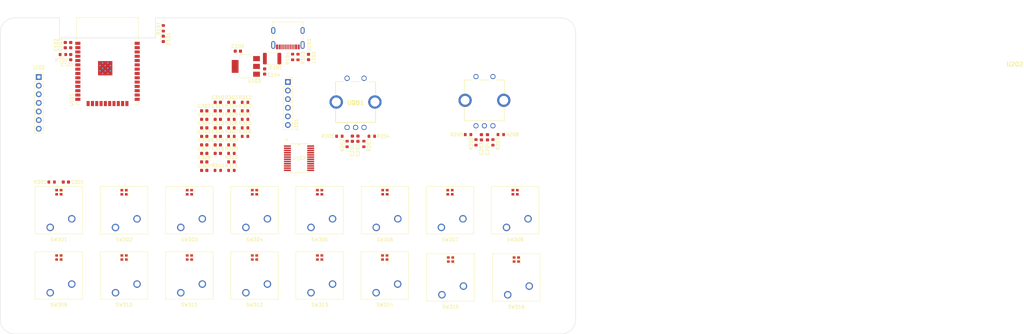
<source format=kicad_pcb>
(kicad_pcb (version 20221018) (generator pcbnew)
  (layers (0 "F.Cu" signal) (31 "B.Cu" signal) (34 "B.Paste" user) (35 "F.Paste" user) (36 "B.SilkS" user "B.Silkscreen") (37 "F.SilkS" user "F.Silkscreen") (38 "B.Mask" user) (39 "F.Mask" user) (44 "Edge.Cuts" user))
  (net 0 "")
  (net 1 "/EN")
  (net 2 "GND")
  (net 3 "+3.3V")
  (net 4 "+5V")
  (net 5 "Net-(U5-CHANNEL_1)")
  (net 6 "Net-(U5-CHANNEL_2)")
  (net 7 "/ESP_TX")
  (net 8 "/ESP_RX")
  (net 9 "/IO0")
  (net 10 "/OLED_CS")
  (net 11 "/OLED_MISO")
  (net 12 "/OLED_RESET")
  (net 13 "/OLED_MOSI")
  (net 14 "/OLED_CLK")
  (net 15 "/Rotary Encoders/A_RSW1")
  (net 16 "/Rotary Encoders/B_RSW1")
  (net 17 "/Rotary Encoders/A_RSW2")
  (net 18 "/Rotary Encoders/B_RSW2")
  (net 19 "/KeyCaps/SW1")
  (net 20 "/KeyCaps/SW2")
  (net 21 "/KeyCaps/SW3")
  (net 22 "/KeyCaps/SW4")
  (net 23 "/KeyCaps/SW5")
  (net 24 "/KeyCaps/SW6")
  (net 25 "/KeyCaps/SW7")
  (net 26 "/KeyCaps/SW8")
  (net 27 "/KeyCaps/SW9")
  (net 28 "/KeyCaps/SW10")
  (net 29 "/KeyCaps/SW11")
  (net 30 "/KeyCaps/SW12")
  (net 31 "/KeyCaps/SW13")
  (net 32 "/KeyCaps/SW14")
  (net 33 "/KeyCaps/SW15")
  (net 34 "/KeyCaps/SW16")
  (net 35 "/I2C_RESET")
  (net 36 "/I2C_SDA")
  (net 37 "/I2C_SCL")
  (net 38 "/Rotary Encoders/CLK_RSW1")
  (net 39 "/LED_DATA")
  (net 40 "Net-(U201-CHANNEL_1)")
  (net 41 "Net-(U201-CHANNEL_2)")
  (net 42 "Net-(U202-CHANNEL_1)")
  (net 43 "Net-(U202-CHANNEL_2)")
  (net 44 "Net-(D101-K)")
  (net 45 "Net-(F101-Pad1)")
  (net 46 "Net-(J103-CC1)")
  (net 50 "Net-(J103-CC2)")
  (net 54 "Net-(J103-SHIELD)")
  (net 55 "Net-(SW301-DOUT)")
  (net 56 "Net-(SW302-DOUT)")
  (net 57 "Net-(SW303-DOUT)")
  (net 58 "Net-(SW304-DOUT)")
  (net 59 "Net-(SW305-DOUT)")
  (net 60 "Net-(SW306-DOUT)")
  (net 61 "Net-(SW307-DOUT)")
  (net 62 "Net-(SW308-DOUT)")
  (net 63 "Net-(SW309-DOUT)")
  (net 64 "Net-(SW310-DOUT)")
  (net 65 "Net-(SW311-DOUT)")
  (net 66 "Net-(SW312-DOUT)")
  (net 67 "Net-(SW313-DOUT)")
  (net 68 "Net-(SW314-DOUT)")
  (net 69 "Net-(SW315-DOUT)")
  (net 77 "/Rotary Encoders/SW_RSW2")
  (net 78 "/Rotary Encoders/SW_RSW1")
  (footprint "Resistor_SMD:R_0603_1608Metric" (layer "F.Cu") (at 137.65 71.47 90)
    (fp_text reference "R203" (at -0.33 1.45 90) (layer "F.SilkS"))
    (fp_text value "10K")
    (pad "1" smd roundrect (at -0.825 0 90) (size 0.8 0.95) (layers "F.Cu" "F.Paste" "F.Mask") (net 4 "+5V"))
    (pad "2" smd roundrect (at 0.825 0 90) (size 0.8 0.95) (layers "F.Cu" "F.Paste" "F.Mask") (net 41 "Net-(U201-CHANNEL_2)"))
  )
  (footprint "MountingHole:MountingHole_3mm" (layer "F.Cu") (at 34.7 38.6)
    (fp_text reference "H101" hide)
    (fp_text value "MountingHole" hide)
    (pad "" np_thru_hole circle (at 0 0) (size 3 3) (drill 3) (layers "*.Cu" "*.Mask"))
  )
  (footprint "LED_SMD:LED_0603_1608Metric" (layer "F.Cu") (at 78.5 40.4875 -90)
    (fp_text reference "D101" (at 0 -1.5 90) (layer "F.SilkS"))
    (fp_text value "Red")
    (pad "1" smd roundrect (at -0.7875 0 270) (size 0.875 0.95) (layers "F.Cu" "F.Paste" "F.Mask") (net 44 "Net-(D101-K)"))
    (pad "2" smd roundrect (at 0.7875 0 270) (size 0.875 0.95) (layers "F.Cu" "F.Paste" "F.Mask") (net 3 "+3.3V"))
  )
  (footprint "Adam_Custom_Footprints:PEC11H4025FS0016" (layer "F.Cu") (at 132.7 66.6)
    (fp_text reference "U5" (at 2.5 -7.25) (layer "F.SilkS") (effects (font (size 1.27 1.27) (thickness 0.254))))
    (fp_text value "PEC11H-4025F-S0016" hide)
    (pad "A1" thru_hole circle (at 0 0) (size 1.5 1.5) (drill 1) (layers "*.Cu" "*.Mask") (net 5 "Net-(U5-CHANNEL_1)"))
    (pad "B1" thru_hole circle (at 5 0) (size 1.5 1.5) (drill 1) (layers "*.Cu" "*.Mask") (net 6 "Net-(U5-CHANNEL_2)"))
    (pad "C1" thru_hole circle (at 2.5 0) (size 1.5 1.5) (drill 1) (layers "*.Cu" "*.Mask") (net 2 "GND"))
    (pad "MH1" thru_hole circle (at -3.2 -7.5) (size 3.915 3.915) (drill 2.61) (layers "*.Cu" "*.Mask") (net 2 "GND"))
    (pad "MH2" thru_hole circle (at 8.2 -7.5) (size 3.915 3.915) (drill 2.61) (layers "*.Cu" "*.Mask") (net 2 "GND"))
    (pad "S1" thru_hole circle (at 0 -14.5) (size 1.5 1.5) (drill 1) (layers "*.Cu" "*.Mask") (net 2 "GND"))
    (pad "W1" thru_hole circle (at 5 -14.5) (size 1.5 1.5) (drill 1) (layers "*.Cu" "*.Mask") (net 38 "/Rotary Encoders/CLK_RSW1"))
  )
  (footprint "Adam_Custom_Footprints:CherryMX_1.00u_PCB_SK6812-EC20" (layer "F.Cu") (at 182.6 110.85 180)
    (fp_text reference "SW316" (at 0 -8.6625) (layer "F.SilkS"))
    (fp_text value "~")
    (pad "" np_thru_hole circle (at -5.08 0 180) (size 1.75 1.75) (drill 1.75) (layers "*.Cu" "*.Mask"))
    (pad "" np_thru_hole circle (at 0 0 180) (size 4 4) (drill 4) (layers "*.Cu" "*.Mask"))
    (pad "" np_thru_hole circle (at 5.08 0 180) (size 1.75 1.75) (drill 1.75) (layers "*.Cu" "*.Mask"))
    (pad "1" thru_hole circle (at -3.81 -2.54 180) (size 2.2 2.2) (drill 1.5) (layers "*.Cu" "*.Mask") (net 3 "+3.3V"))
    (pad "2" smd rect (at -0.65 4.7 180) (size 0.8 0.7) (layers "F.Cu" "F.Paste" "F.Mask") (net 4 "+5V"))
    (pad "3" smd rect (at -0.65 5.9 180) (size 0.8 0.7) (layers "F.Cu" "F.Paste" "F.Mask"))
    (pad "4" thru_hole circle (at 2.54 -5.08 180) (size 2.2 2.2) (drill 1.5) (layers "*.Cu" "*.Mask") (net 34 "/KeyCaps/SW16"))
    (pad "5" smd rect (at 0.65 4.7 180) (size 0.8 0.7) (layers "F.Cu" "F.Paste" "F.Mask") (net 69 "Net-(SW315-DOUT)"))
    (pad "6" smd rect (at 0.65 5.9 180) (size 0.8 0.7) (layers "F.Cu" "F.Paste" "F.Mask") (net 2 "GND"))
  )
  (footprint "Package_TO_SOT_SMD:SOT-223-3_TabPin2" (layer "F.Cu") (at 102.8375 48.6 180)
    (fp_text reference "U103" (at -2.55 -4.3) (layer "F.SilkS"))
    (fp_text value "AMS1117-3.3" hide)
    (pad "1" smd rect (at -3.15 -2.3 180) (size 2 1.5) (layers "F.Cu" "F.Paste" "F.Mask") (net 2 "GND"))
    (pad "2" smd rect (at -3.15 0 180) (size 2 1.5) (layers "F.Cu" "F.Paste" "F.Mask") (net 3 "+3.3V"))
    (pad "2" smd rect (at 3.15 0 180) (size 2 3.8) (layers "F.Cu" "F.Paste" "F.Mask") (net 3 "+3.3V"))
    (pad "3" smd rect (at -3.15 2.3 180) (size 2 1.5) (layers "F.Cu" "F.Paste" "F.Mask") (net 4 "+5V"))
  )
  (footprint "Capacitor_SMD:C_0603_1608Metric" (layer "F.Cu") (at 94.58 59.19)
    (fp_text reference "C310" (at 0 -1.43) (layer "F.SilkS"))
    (fp_text value "100nF")
    (pad "1" smd roundrect (at -0.775 0) (size 0.9 0.95) (layers "F.Cu" "F.Paste" "F.Mask") (net 2 "GND"))
    (pad "2" smd roundrect (at 0.775 0) (size 0.9 0.95) (layers "F.Cu" "F.Paste" "F.Mask") (net 4 "+5V"))
  )
  (footprint "Adam_Custom_Footprints:CherryMX_1.00u_PCB_SK6812-EC20" (layer "F.Cu") (at 105.4 91 180)
    (fp_text reference "SW304" (at 0 -8.6625) (layer "F.SilkS"))
    (fp_text value "~")
    (pad "" np_thru_hole circle (at -5.08 0 180) (size 1.75 1.75) (drill 1.75) (layers "*.Cu" "*.Mask"))
    (pad "" np_thru_hole circle (at 0 0 180) (size 4 4) (drill 4) (layers "*.Cu" "*.Mask"))
    (pad "" np_thru_hole circle (at 5.08 0 180) (size 1.75 1.75) (drill 1.75) (layers "*.Cu" "*.Mask"))
    (pad "1" thru_hole circle (at -3.81 -2.54 180) (size 2.2 2.2) (drill 1.5) (layers "*.Cu" "*.Mask") (net 3 "+3.3V"))
    (pad "2" smd rect (at -0.65 4.7 180) (size 0.8 0.7) (layers "F.Cu" "F.Paste" "F.Mask") (net 4 "+5V"))
    (pad "3" smd rect (at -0.65 5.9 180) (size 0.8 0.7) (layers "F.Cu" "F.Paste" "F.Mask") (net 58 "Net-(SW304-DOUT)"))
    (pad "4" thru_hole circle (at 2.54 -5.08 180) (size 2.2 2.2) (drill 1.5) (layers "*.Cu" "*.Mask") (net 22 "/KeyCaps/SW4"))
    (pad "5" smd rect (at 0.65 4.7 180) (size 0.8 0.7) (layers "F.Cu" "F.Paste" "F.Mask") (net 57 "Net-(SW303-DOUT)"))
    (pad "6" smd rect (at 0.65 5.9 180) (size 0.8 0.7) (layers "F.Cu" "F.Paste" "F.Mask") (net 2 "GND"))
  )
  (footprint "Capacitor_SMD:C_0603_1608Metric" (layer "F.Cu") (at 94.58 69.23)
    (fp_text reference "C314" (at 0 -1.43) (layer "F.SilkS"))
    (fp_text value "100nF")
    (pad "1" smd roundrect (at -0.775 0) (size 0.9 0.95) (layers "F.Cu" "F.Paste" "F.Mask") (net 2 "GND"))
    (pad "2" smd roundrect (at 0.775 0) (size 0.9 0.95) (layers "F.Cu" "F.Paste" "F.Mask") (net 4 "+5V"))
  )
  (footprint "Adam_Custom_Footprints:CherryMX_1.00u_PCB_SK6812-EC20" (layer "F.Cu") (at 86.2 110.25 180)
    (fp_text reference "SW311" (at 0 -8.6625) (layer "F.SilkS"))
    (fp_text value "~")
    (pad "" np_thru_hole circle (at -5.08 0 180) (size 1.75 1.75) (drill 1.75) (layers "*.Cu" "*.Mask"))
    (pad "" np_thru_hole circle (at 0 0 180) (size 4 4) (drill 4) (layers "*.Cu" "*.Mask"))
    (pad "" np_thru_hole circle (at 5.08 0 180) (size 1.75 1.75) (drill 1.75) (layers "*.Cu" "*.Mask"))
    (pad "1" thru_hole circle (at -3.81 -2.54 180) (size 2.2 2.2) (drill 1.5) (layers "*.Cu" "*.Mask") (net 3 "+3.3V"))
    (pad "2" smd rect (at -0.65 4.7 180) (size 0.8 0.7) (layers "F.Cu" "F.Paste" "F.Mask") (net 4 "+5V"))
    (pad "3" smd rect (at -0.65 5.9 180) (size 0.8 0.7) (layers "F.Cu" "F.Paste" "F.Mask") (net 65 "Net-(SW311-DOUT)"))
    (pad "4" thru_hole circle (at 2.54 -5.08 180) (size 2.2 2.2) (drill 1.5) (layers "*.Cu" "*.Mask") (net 29 "/KeyCaps/SW11"))
    (pad "5" smd rect (at 0.65 4.7 180) (size 0.8 0.7) (layers "F.Cu" "F.Paste" "F.Mask") (net 64 "Net-(SW310-DOUT)"))
    (pad "6" smd rect (at 0.65 5.9 180) (size 0.8 0.7) (layers "F.Cu" "F.Paste" "F.Mask") (net 2 "GND"))
  )
  (footprint "Adam_Custom_Footprints:CherryMX_1.00u_PCB_SK6812-EC20" (layer "F.Cu") (at 47.7 110.25 180)
    (fp_text reference "SW309" (at 0 -8.6625) (layer "F.SilkS"))
    (fp_text value "~")
    (pad "" np_thru_hole circle (at -5.08 0 180) (size 1.75 1.75) (drill 1.75) (layers "*.Cu" "*.Mask"))
    (pad "" np_thru_hole circle (at 0 0 180) (size 4 4) (drill 4) (layers "*.Cu" "*.Mask"))
    (pad "" np_thru_hole circle (at 5.08 0 180) (size 1.75 1.75) (drill 1.75) (layers "*.Cu" "*.Mask"))
    (pad "1" thru_hole circle (at -3.81 -2.54 180) (size 2.2 2.2) (drill 1.5) (layers "*.Cu" "*.Mask") (net 3 "+3.3V"))
    (pad "2" smd rect (at -0.65 4.7 180) (size 0.8 0.7) (layers "F.Cu" "F.Paste" "F.Mask") (net 4 "+5V"))
    (pad "3" smd rect (at -0.65 5.9 180) (size 0.8 0.7) (layers "F.Cu" "F.Paste" "F.Mask") (net 63 "Net-(SW309-DOUT)"))
    (pad "4" thru_hole circle (at 2.54 -5.08 180) (size 2.2 2.2) (drill 1.5) (layers "*.Cu" "*.Mask") (net 27 "/KeyCaps/SW9"))
    (pad "5" smd rect (at 0.65 4.7 180) (size 0.8 0.7) (layers "F.Cu" "F.Paste" "F.Mask") (net 62 "Net-(SW308-DOUT)"))
    (pad "6" smd rect (at 0.65 5.9 180) (size 0.8 0.7) (layers "F.Cu" "F.Paste" "F.Mask") (net 2 "GND"))
  )
  (footprint "Resistor_SMD:R_0603_1608Metric" (layer "F.Cu") (at 168.375 68.7 180)
    (fp_text reference "R205" (at 3.375 0) (layer "F.SilkS"))
    (fp_text value "10K")
    (pad "1" smd roundrect (at -0.825 0 180) (size 0.8 0.95) (layers "F.Cu" "F.Paste" "F.Mask") (net 42 "Net-(U202-CHANNEL_1)"))
    (pad "2" smd roundrect (at 0.825 0 180) (size 0.8 0.95) (layers "F.Cu" "F.Paste" "F.Mask") (net 17 "/Rotary Encoders/A_RSW2"))
  )
  (footprint "Capacitor_SMD:C_0603_1608Metric" (layer "F.Cu") (at 108.3875 50.1 -90)
    (fp_text reference "C104" (at 1 -2.7 -180) (layer "F.SilkS"))
    (fp_text value "10uF")
    (pad "1" smd roundrect (at -0.775 0 270) (size 0.9 0.95) (layers "F.Cu" "F.Paste" "F.Mask") (net 4 "+5V"))
    (pad "2" smd roundrect (at 0.775 0 270) (size 0.9 0.95) (layers "F.Cu" "F.Paste" "F.Mask") (net 2 "GND"))
  )
  (footprint "Adam_Custom_Footprints:CherryMX_1.00u_PCB_SK6812-EC20" (layer "F.Cu") (at 143.8 110.25 180)
    (fp_text reference "SW314" (at 0 -8.6625) (layer "F.SilkS"))
    (fp_text value "~")
    (pad "" np_thru_hole circle (at -5.08 0 180) (size 1.75 1.75) (drill 1.75) (layers "*.Cu" "*.Mask"))
    (pad "" np_thru_hole circle (at 0 0 180) (size 4 4) (drill 4) (layers "*.Cu" "*.Mask"))
    (pad "" np_thru_hole circle (at 5.08 0 180) (size 1.75 1.75) (drill 1.75) (layers "*.Cu" "*.Mask"))
    (pad "1" thru_hole circle (at -3.81 -2.54 180) (size 2.2 2.2) (drill 1.5) (layers "*.Cu" "*.Mask") (net 3 "+3.3V"))
    (pad "2" smd rect (at -0.65 4.7 180) (size 0.8 0.7) (layers "F.Cu" "F.Paste" "F.Mask") (net 4 "+5V"))
    (pad "3" smd rect (at -0.65 5.9 180) (size 0.8 0.7) (layers "F.Cu" "F.Paste" "F.Mask") (net 68 "Net-(SW314-DOUT)"))
    (pad "4" thru_hole circle (at 2.54 -5.08 180) (size 2.2 2.2) (drill 1.5) (layers "*.Cu" "*.Mask") (net 32 "/KeyCaps/SW14"))
    (pad "5" smd rect (at 0.65 4.7 180) (size 0.8 0.7) (layers "F.Cu" "F.Paste" "F.Mask") (net 67 "Net-(SW313-DOUT)"))
    (pad "6" smd rect (at 0.65 5.9 180) (size 0.8 0.7) (layers "F.Cu" "F.Paste" "F.Mask") (net 2 "GND"))
  )
  (footprint "Capacitor_SMD:C_0603_1608Metric" (layer "F.Cu") (at 90.57 74.25)
    (fp_text reference "C307" (at 0 -1.43) (layer "F.SilkS"))
    (fp_text value "100nF")
    (pad "1" smd roundrect (at -0.775 0) (size 0.9 0.95) (layers "F.Cu" "F.Paste" "F.Mask") (net 2 "GND"))
    (pad "2" smd roundrect (at 0.775 0) (size 0.9 0.95) (layers "F.Cu" "F.Paste" "F.Mask") (net 4 "+5V"))
  )
  (footprint "Resistor_SMD:R_0603_1608Metric" (layer "F.Cu") (at 175.7 71 90)
    (fp_text reference "R207" (at -0.4 1.5 90) (layer "F.SilkS"))
    (fp_text value "10K")
    (pad "1" smd roundrect (at -0.825 0 90) (size 0.8 0.95) (layers "F.Cu" "F.Paste" "F.Mask") (net 4 "+5V"))
    (pad "2" smd roundrect (at 0.825 0 90) (size 0.8 0.95) (layers "F.Cu" "F.Paste" "F.Mask") (net 43 "Net-(U202-CHANNEL_2)"))
  )
  (footprint "Capacitor_SMD:C_0603_1608Metric" (layer "F.Cu") (at 51.2 42.325 90)
    (fp_text reference "C103" (at 0.025 -3 90) (layer "F.SilkS"))
    (fp_text value "100nF" hide)
    (pad "1" smd roundrect (at -0.775 0 90) (size 0.9 0.95) (layers "F.Cu" "F.Paste" "F.Mask") (net 3 "+3.3V"))
    (pad "2" smd roundrect (at 0.775 0 90) (size 0.9 0.95) (layers "F.Cu" "F.Paste" "F.Mask") (net 2 "GND"))
  )
  (footprint "Resistor_SMD:R_0603_1608Metric" (layer "F.Cu") (at 98.59 66.72)
    (fp_text reference "R306" (at 0 -1.43) (layer "F.SilkS"))
    (fp_text value "10K")
    (pad "1" smd roundrect (at -0.825 0) (size 0.8 0.95) (layers "F.Cu" "F.Paste" "F.Mask") (net 24 "/KeyCaps/SW6"))
    (pad "2" smd roundrect (at 0.825 0) (size 0.8 0.95) (layers "F.Cu" "F.Paste" "F.Mask") (net 2 "GND"))
  )
  (footprint "Resistor_SMD:R_0603_1608Metric" (layer "F.Cu") (at 102.6 69.23)
    (fp_text reference "R316" (at 0 -1.43) (layer "F.SilkS"))
    (fp_text value "10K")
    (pad "1" smd roundrect (at -0.825 0) (size 0.8 0.95) (layers "F.Cu" "F.Paste" "F.Mask") (net 34 "/KeyCaps/SW16"))
    (pad "2" smd roundrect (at 0.825 0) (size 0.8 0.95) (layers "F.Cu" "F.Paste" "F.Mask") (net 2 "GND"))
  )
  (footprint "Inductor_SMD:L_0603_1608Metric" (layer "F.Cu") (at 121.325 45.825 90)
    (fp_text reference "L101" (at -0.0125 1.5 270) (layer "F.SilkS"))
    (fp_text value "L_Ferrite_Small" hide)
    (pad "1" smd roundrect (at -0.7875 0 90) (size 0.875 0.95) (layers "F.Cu" "F.Paste" "F.Mask") (net 2 "GND"))
    (pad "2" smd roundrect (at 0.7875 0 90) (size 0.875 0.95) (layers "F.Cu" "F.Paste" "F.Mask") (net 54 "Net-(J103-SHIELD)"))
  )
  (footprint "Adam_Custom_Footprints:CherryMX_1.00u_PCB_SK6812-EC20" (layer "F.Cu") (at 105.4 110.25 180)
    (fp_text reference "SW312" (at 0 -8.6625) (layer "F.SilkS"))
    (fp_text value "~")
    (pad "" np_thru_hole circle (at -5.08 0 180) (size 1.75 1.75) (drill 1.75) (layers "*.Cu" "*.Mask"))
    (pad "" np_thru_hole circle (at 0 0 180) (size 4 4) (drill 4) (layers "*.Cu" "*.Mask"))
    (pad "" np_thru_hole circle (at 5.08 0 180) (size 1.75 1.75) (drill 1.75) (layers "*.Cu" "*.Mask"))
    (pad "1" thru_hole circle (at -3.81 -2.54 180) (size 2.2 2.2) (drill 1.5) (layers "*.Cu" "*.Mask") (net 3 "+3.3V"))
    (pad "2" smd rect (at -0.65 4.7 180) (size 0.8 0.7) (layers "F.Cu" "F.Paste" "F.Mask") (net 4 "+5V"))
    (pad "3" smd rect (at -0.65 5.9 180) (size 0.8 0.7) (layers "F.Cu" "F.Paste" "F.Mask") (net 66 "Net-(SW312-DOUT)"))
    (pad "4" thru_hole circle (at 2.54 -5.08 180) (size 2.2 2.2) (drill 1.5) (layers "*.Cu" "*.Mask") (net 30 "/KeyCaps/SW12"))
    (pad "5" smd rect (at 0.65 4.7 180) (size 0.8 0.7) (layers "F.Cu" "F.Paste" "F.Mask") (net 65 "Net-(SW311-DOUT)"))
    (pad "6" smd rect (at 0.65 5.9 180) (size 0.8 0.7) (layers "F.Cu" "F.Paste" "F.Mask") (net 2 "GND"))
  )
  (footprint "Capacitor_SMD:C_0603_1608Metric" (layer "F.Cu") (at 90.57 76.76)
    (fp_text reference "C308" (at 0 -1.43) (layer "F.SilkS"))
    (fp_text value "100nF")
    (pad "1" smd roundrect (at -0.775 0) (size 0.9 0.95) (layers "F.Cu" "F.Paste" "F.Mask") (net 2 "GND"))
    (pad "2" smd roundrect (at 0.775 0) (size 0.9 0.95) (layers "F.Cu" "F.Paste" "F.Mask") (net 4 "+5V"))
  )
  (footprint "Resistor_SMD:R_0603_1608Metric" (layer "F.Cu") (at 98.59 79.27)
    (fp_text reference "R311" (at 0 -1.43) (layer "F.SilkS"))
    (fp_text value "10K")
    (pad "1" smd roundrect (at -0.825 0) (size 0.8 0.95) (layers "F.Cu" "F.Paste" "F.Mask") (net 29 "/KeyCaps/SW11"))
    (pad "2" smd roundrect (at 0.825 0) (size 0.8 0.95) (layers "F.Cu" "F.Paste" "F.Mask") (net 2 "GND"))
  )
  (footprint "Capacitor_SMD:C_0603_1608Metric" (layer "F.Cu") (at 172.3 69.5 -90)
    (fp_text reference "C203" (at 3.4 0 90) (layer "F.SilkS"))
    (fp_text value "10nF")
    (pad "1" smd roundrect (at -0.775 0 270) (size 0.9 0.95) (layers "F.Cu" "F.Paste" "F.Mask") (net 42 "Net-(U202-CHANNEL_1)"))
    (pad "2" smd roundrect (at 0.775 0 270) (size 0.9 0.95) (layers "F.Cu" "F.Paste" "F.Mask") (net 2 "GND"))
  )
  (footprint "Adam_Custom_Footprints:CherryMX_1.00u_PCB_SK6812-EC20" (layer "F.Cu") (at 163.2 110.85 180)
    (fp_text reference "SW315" (at 0 -8.6625) (layer "F.SilkS"))
    (fp_text value "~")
    (pad "" np_thru_hole circle (at -5.08 0 180) (size 1.75 1.75) (drill 1.75) (layers "*.Cu" "*.Mask"))
    (pad "" np_thru_hole circle (at 0 0 180) (size 4 4) (drill 4) (layers "*.Cu" "*.Mask"))
    (pad "" np_thru_hole circle (at 5.08 0 180) (size 1.75 1.75) (drill 1.75) (layers "*.Cu" "*.Mask"))
    (pad "1" thru_hole circle (at -3.81 -2.54 180) (size 2.2 2.2) (drill 1.5) (layers "*.Cu" "*.Mask") (net 3 "+3.3V"))
    (pad "2" smd rect (at -0.65 4.7 180) (size 0.8 0.7) (layers "F.Cu" "F.Paste" "F.Mask") (net 4 "+5V"))
    (pad "3" smd rect (at -0.65 5.9 180) (size 0.8 0.7) (layers "F.Cu" "F.Paste" "F.Mask") (net 69 "Net-(SW315-DOUT)"))
    (pad "4" thru_hole circle (at 2.54 -5.08 180) (size 2.2 2.2) (drill 1.5) (layers "*.Cu" "*.Mask") (net 33 "/KeyCaps/SW15"))
    (pad "5" smd rect (at 0.65 4.7 180) (size 0.8 0.7) (layers "F.Cu" "F.Paste" "F.Mask") (net 68 "Net-(SW314-DOUT)"))
    (pad "6" smd rect (at 0.65 5.9 180) (size 0.8 0.7) (layers "F.Cu" "F.Paste" "F.Mask") (net 2 "GND"))
  )
  (footprint "Capacitor_SMD:C_0603_1608Metric" (layer "F.Cu") (at 90.57 61.7)
    (fp_text reference "C302" (at 0 -1.43) (layer "F.SilkS"))
    (fp_text value "100nF")
    (pad "1" smd roundrect (at -0.775 0) (size 0.9 0.95) (layers "F.Cu" "F.Paste" "F.Mask") (net 2 "GND"))
    (pad "2" smd roundrect (at 0.775 0) (size 0.9 0.95) (layers "F.Cu" "F.Paste" "F.Mask") (net 4 "+5V"))
  )
  (footprint "Resistor_SMD:R_0603_1608Metric" (layer "F.Cu") (at 98.59 71.74)
    (fp_text reference "R308" (at 0 -1.43) (layer "F.SilkS"))
    (fp_text value "10K")
    (pad "1" smd roundrect (at -0.825 0) (size 0.8 0.95) (layers "F.Cu" "F.Paste" "F.Mask") (net 26 "/KeyCaps/SW8"))
    (pad "2" smd roundrect (at 0.825 0) (size 0.8 0.95) (layers "F.Cu" "F.Paste" "F.Mask") (net 2 "GND"))
  )
  (footprint "Capacitor_SMD:C_0603_1608Metric" (layer "F.Cu") (at 134.25 69.925 -90)
    (fp_text reference "C201" (at 3.375 0 90) (layer "F.SilkS"))
    (fp_text value "10nF")
    (pad "1" smd roundrect (at -0.775 0 270) (size 0.9 0.95) (layers "F.Cu" "F.Paste" "F.Mask") (net 40 "Net-(U201-CHANNEL_1)"))
    (pad "2" smd roundrect (at 0.775 0 270) (size 0.9 0.95) (layers "F.Cu" "F.Paste" "F.Mask") (net 2 "GND"))
  )
  (footprint "Capacitor_SMD:C_0603_1608Metric" (layer "F.Cu") (at 49.775 82.7 180)
    (fp_text reference "C301" (at -3.425 0) (layer "F.SilkS"))
    (fp_text value "100nF")
    (pad "1" smd roundrect (at -0.775 0 180) (size 0.9 0.95) (layers "F.Cu" "F.Paste" "F.Mask") (net 2 "GND"))
    (pad "2" smd roundrect (at 0.775 0 180) (size 0.9 0.95) (layers "F.Cu" "F.Paste" "F.Mask") (net 4 "+5V"))
  )
  (footprint "Resistor_SMD:R_0603_1608Metric" (layer "F.Cu") (at 116.625 45.825 90)
    (fp_text reference "R104" (at -0.375 -1.43 90) (layer "F.SilkS"))
    (fp_text value "5.1K")
    (pad "1" smd roundrect (at -0.825 0 90) (size 0.8 0.95) (layers "F.Cu" "F.Paste" "F.Mask") (net 2 "GND"))
    (pad "2" smd roundrect (at 0.825 0 90) (size 0.8 0.95) (layers "F.Cu" "F.Paste" "F.Mask") (net 46 "Net-(J103-CC1)"))
  )
  (footprint "Adam_Custom_Footprints:CherryMX_1.00u_PCB_SK6812-EC20" (layer "F.Cu") (at 124.6 110.25 180)
    (fp_text reference "SW313" (at 0 -8.6625) (layer "F.SilkS"))
    (fp_text value "~")
    (pad "" np_thru_hole circle (at -5.08 0 180) (size 1.75 1.75) (drill 1.75) (layers "*.Cu" "*.Mask"))
    (pad "" np_thru_hole circle (at 0 0 180) (size 4 4) (drill 4) (layers "*.Cu" "*.Mask"))
    (pad "" np_thru_hole circle (at 5.08 0 180) (size 1.75 1.75) (drill 1.75) (layers "*.Cu" "*.Mask"))
    (pad "1" thru_hole circle (at -3.81 -2.54 180) (size 2.2 2.2) (drill 1.5) (layers "*.Cu" "*.Mask") (net 3 "+3.3V"))
    (pad "2" smd rect (at -0.65 4.7 180) (size 0.8 0.7) (layers "F.Cu" "F.Paste" "F.Mask") (net 4 "+5V"))
    (pad "3" smd rect (at -0.65 5.9 180) (size 0.8 0.7) (layers "F.Cu" "F.Paste" "F.Mask") (net 67 "Net-(SW313-DOUT)"))
    (pad "4" thru_hole circle (at 2.54 -5.08 180) (size 2.2 2.2) (drill 1.5) (layers "*.Cu" "*.Mask") (net 31 "/KeyCaps/SW13"))
    (pad "5" smd rect (at 0.65 4.7 180) (size 0.8 0.7) (layers "F.Cu" "F.Paste" "F.Mask") (net 66 "Net-(SW312-DOUT)"))
    (pad "6" smd rect (at 0.65 5.9 180) (size 0.8 0.7) (layers "F.Cu" "F.Paste" "F.Mask") (net 2 "GND"))
  )
  (footprint "Adam_Custom_Footprints:PinSocket_1x07_P2.54mm_Vertical_SSD1309" (layer "F.Cu") (at 41.775 51.74)
    (fp_text reference "J102" (at 0 -2.77) (layer "F.SilkS"))
    (fp_text value "Conn_01x07" hide)
    (pad "1" thru_hole rect (at 0 0) (size 1.7 1.7) (drill 1) (layers "*.Cu" "*.Mask") (net 10 "/OLED_CS"))
    (pad "2" thru_hole oval (at 0 2.54) (size 1.7 1.7) (drill 1) (layers "*.Cu" "*.Mask") (net 11 "/OLED_MISO"))
    (pad "3" thru_hole oval (at 0 5.08) (size 1.7 1.7) (drill 1) (layers "*.Cu" "*.Mask") (net 12 "/OLED_RESET"))
    (pad "4" thru_hole oval (at 0 7.62) (size 1.7 1.7) (drill 1) (layers "*.Cu" "*.Mask") (net 13 "/OLED_MOSI"))
    (pad "5" thru_hole oval (at 0 10.16) (size 1.7 1.7) (drill 1) (layers "*.Cu" "*.Mask") (net 14 "/OLED_CLK"))
    (pad "6" thru_hole oval (at 0 12.7) (size 1.7 1.7) (drill 1) (layers "*.Cu" "*.Mask") (net 4 "+5V"))
    (pad "7" thru_hole oval (at 0 15.24) (size 1.7 1.7) (drill 1) (layers "*.Cu" "*.Mask") (net 2 "GND"))
  )
  (footprint "Adam_Custom_Footprints:PEC11H4025FS0016" (layer "F.Cu") (at 170.7 66.1)
    (fp_text reference "U202" (at 158.875 -18.13) (layer "F.SilkS") (effects (font (size 1.27 1.27) (thickness 0.254))))
    (fp_text value "PEC11H-4025F-S0016" hide)
    (pad "A1" thru_hole circle (at 0 0) (size 1.5 1.5) (drill 1) (layers "*.Cu" "*.Mask") (net 42 "Net-(U202-CHANNEL_1)"))
    (pad "B1" thru_hole circle (at 5 0) (size 1.5 1.5) (drill 1) (layers "*.Cu" "*.Mask") (net 43 "Net-(U202-CHANNEL_2)"))
    (pad "C1" thru_hole circle (at 2.5 0) (size 1.5 1.5) (drill 1) (layers "*.Cu" "*.Mask") (net 2 "GND"))
    (pad "MH1" thru_hole circle (at -3.2 -7.5) (size 3.915 3.915) (drill 2.61) (layers "*.Cu" "*.Mask") (net 2 "GND"))
    (pad "MH2" thru_hole circle (at 8.2 -7.5) (size 3.915 3.915) (drill 2.61) (layers "*.Cu" "*.Mask") (net 2 "GND"))
    (pad "S1" thru_hole circle (at 0 -14.5) (size 1.5 1.5) (drill 1) (layers "*.Cu" "*.Mask") (net 2 "GND"))
    (pad "W1" thru_hole circle (at 5 -14.5) (size 1.5 1.5) (drill 1) (layers "*.Cu" "*.Mask") (net 77 "/Rotary Encoders/SW_RSW2"))
  )
  (footprint "Resistor_SMD:R_0603_1608Metric" (layer "F.Cu") (at 98.59 69.23)
    (fp_text reference "R307" (at 0 -1.43) (layer "F.SilkS"))
    (fp_text value "10K")
    (pad "1" smd roundrect (at -0.825 0) (size 0.8 0.95) (layers "F.Cu" "F.Paste" "F.Mask") (net 25 "/KeyCaps/SW7"))
    (pad "2" smd roundrect (at 0.825 0) (size 0.8 0.95) (layers "F.Cu" "F.Paste" "F.Mask") (net 2 "GND"))
  )
  (footprint "Capacitor_SMD:C_0603_1608Metric" (layer "F.Cu") (at 51.2 45.875 -90)
    (fp_text reference "C101" (at 2.225 1 -180) (layer "F.SilkS"))
    (fp_text value "1uF" hide)
    (pad "1" smd roundrect (at -0.775 0 270) (size 0.9 0.95) (layers "F.Cu" "F.Paste" "F.Mask") (net 1 "/EN"))
    (pad "2" smd roundrect (at 0.775 0 270) (size 0.9 0.95) (layers "F.Cu" "F.Paste" "F.Mask") (net 2 "GND"))
  )
  (footprint "Capacitor_SMD:C_0603_1608Metric" (layer "F.Cu") (at 94.58 71.74)
    (fp_text reference "C315" (at 0 -1.43) (layer "F.SilkS"))
    (fp_text value "100nF")
    (pad "1" smd roundrect (at -0.775 0) (size 0.9 0.95) (layers "F.Cu" "F.Paste" "F.Mask") (net 2 "GND"))
    (pad "2" smd roundrect (at 0.775 0) (size 0.9 0.95) (layers "F.Cu" "F.Paste" "F.Mask") (net 4 "+5V"))
  )
  (footprint "Resistor_SMD:R_0603_1608Metric" (layer "F.Cu") (at 130.425 69.2 180)
    (fp_text reference "R201" (at 3.375 0 180) (layer "F.SilkS"))
    (fp_text value "10K")
    (pad "1" smd roundrect (at -0.825 0 180) (size 0.8 0.95) (layers "F.Cu" "F.Paste" "F.Mask") (net 40 "Net-(U201-CHANNEL_1)"))
    (pad "2" smd roundrect (at 0.825 0 180) (size 0.8 0.95) (layers "F.Cu" "F.Paste" "F.Mask") (net 15 "/Rotary Encoders/A_RSW1"))
  )
  (footprint "Josh_Custom_Footprints:ESP32-WROOM-32" (layer "F.Cu") (at 62.05 50.045)
    (fp_text reference "U101" (at -10.61 8.43 90) (layer "F.SilkS"))
    (fp_text value "ESP32-WROOM-32" hide)
    (pad "1" smd rect (at -8.75 -8.25) (size 1.5 0.9) (layers "F.Cu" "F.Paste" "F.Mask") (net 2 "GND"))
    (pad "2" smd rect (at -8.75 -6.98) (size 1.5 0.9) (layers "F.Cu" "F.Paste" "F.Mask") (net 3 "+3.3V"))
    (pad "3" smd rect (at -8.75 -5.71) (size 1.5 0.9) (layers "F.Cu" "F.Paste" "F.Mask") (net 1 "/EN"))
    (pad "4" smd rect (at -8.75 -4.44) (size 1.5 0.9) (layers "F.Cu" "F.Paste" "F.Mask"))
    (pad "5" smd rect (at -8.75 -3.17) (size 1.5 0.9) (layers "F.Cu" "F.Paste" "F.Mask"))
    (pad "6" smd rect (at -8.75 -1.9) (size 1.5 0.9) (layers "F.Cu" "F.Paste" "F.Mask"))
    (pad "7" smd rect (at -8.75 -0.63) (size 1.5 0.9) (layers "F.Cu" "F.Paste" "F.Mask"))
    (pad "8" smd rect (at -8.75 0.64) (size 1.5 0.9) (layers "F.Cu" "F.Paste" "F.Mask"))
    (pad "9" smd rect (at -8.75 1.91) (size 1.5 0.9) (layers "F.Cu" "F.Paste" "F.Mask"))
    (pad "10" smd rect (at -8.75 3.18) (size 1.5 0.9) (layers "F.Cu" "F.Paste" "F.Mask") (net 16 "/Rotary Encoders/B_RSW1"))
    (pad "11" smd rect (at -8.75 4.45) (size 1.5 0.9) (layers "F.Cu" "F.Paste" "F.Mask") (net 18 "/Rotary Encoders/B_RSW2"))
    (pad "12" smd rect (at -8.75 5.72) (size 1.5 0.9) (layers "F.Cu" "F.Paste" "F.Mask") (net 39 "/LED_DATA"))
    (pad "13" smd rect (at -8.75 6.99) (size 1.5 0.9) (layers "F.Cu" "F.Paste" "F.Mask") (net 77 "/Rotary Encoders/SW_RSW2"))
    (pad "14" smd rect (at -8.75 8.26) (size 1.5 0.9) (layers "F.Cu" "F.Paste" "F.Mask") (net 12 "/OLED_RESET"))
    (pad "15" smd rect (at -5.71 9.51 90) (size 1.5 0.9) (layers "F.Cu" "F.Paste" "F.Mask") (net 2 "GND"))
    (pad "16" smd rect (at -4.44 9.51 90) (size 1.5 0.9) (layers "F.Cu" "F.Paste" "F.Mask") (net 78 "/Rotary Encoders/SW_RSW1"))
    (pad "17" smd rect (at -3.17 9.51 90) (size 1.5 0.9) (layers "F.Cu" "F.Paste" "F.Mask"))
    (pad "18" smd rect (at -1.9 9.51 90) (size 1.5 0.9) (layers "F.Cu" "F.Paste" "F.Mask"))
    (pad "19" smd rect (at -0.63 9.51 90) (size 1.5 0.9) (layers "F.Cu" "F.Paste" "F.Mask"))
    (pad "20" smd rect (at 0.64 9.51 90) (size 1.5 0.9) (layers "F.Cu" "F.Paste" "F.Mask"))
    (pad "21" smd rect (at 1.91 9.51 90) (size 1.5 0.9) (layers "F.Cu" "F.Paste" "F.Mask"))
    (pad "22" smd rect (at 3.18 9.51 90) (size 1.5 0.9) (layers "F.Cu" "F.Paste" "F.Mask"))
    (pad "23" smd rect (at 4.45 9.51 90) (size 1.5 0.9) (layers "F.Cu" "F.Paste" "F.Mask"))
    (pad "24" smd rect (at 5.72 9.51 90) (size 1.5 0.9) (layers "F.Cu" "F.Paste" "F.Mask"))
    (pad "25" smd rect (at 8.75 8.26) (size 1.5 0.9) (layers "F.Cu" "F.Paste" "F.Mask") (net 9 "/IO0"))
    (pad "26" smd rect (at 8.75 6.99) (size 1.5 0.9) (layers "F.Cu" "F.Paste" "F.Mask") (net 35 "/I2C_RESET"))
    (pad "27" smd rect (at 8.75 5.72) (size 1.5 0.9) (layers "F.Cu" "F.Paste" "F.Mask") (net 15 "/Rotary Encoders/A_RSW1"))
    (pad "28" smd rect (at 8.75 4.45) (size 1.5 0.9) (layers "F.Cu" "F.Paste" "F.Mask") (net 17 "/Rotary Encoders/A_RSW2"))
    (pad "29" smd rect (at 8.75 3.18) (size 1.5 0.9) (layers "F.Cu" "F.Paste" "F.Mask") (net 10 "/OLED_CS"))
    (pad "30" smd rect (at 8.75 1.91) (size 1.5 0.9) (layers "F.Cu" "F.Paste" "F.Mask") (net 14 "/OLED_CLK"))
    (pad "31" smd rect (at 8.75 0.64) (size 1.5 0.9) (layers "F.Cu" "F.Paste" "F.Mask") (net 11 "/OLED_MISO"))
    (pad "32" smd rect (at 8.75 -0.63) (size 1.5 0.9) (layers "F.Cu" "F.Paste" "F.Mask"))
    (pad "33" smd rect (at 8.75 -1.9) (size 1.5 0.9) (layers "F.Cu" "F.Paste" "F.Mask") (net 36 "/I2C_SDA"))
    (pad "34" smd rect (at 8.75 -3.17) (size 1.5 0.9) (layers "F.Cu" "F.Paste" "F.Mask") (net 8 "/ESP_RX"))
    (pad "35" smd rect (at 8.75 -4.44) (size 1.5 0.9) (layers "F.Cu" "F.Paste" "F.Mask") (net 7 "/ESP_TX"))
    (pad "36" smd rect (at 8.75 -5.71) (size 1.5 0.9) (layers "F.Cu" "F.Paste" "F.Mask") (net 37 "/I2C_SCL"))
    (pad "37" smd rect (at 8.75 -6.98) (size 1.5 0.9) (layers "F.Cu" "F.Paste" "F.Mask") (net 13 "/OLED_MOSI"))
    (pad "38" smd rect (at 8.75 -8.25) (size 1.5 0.9) (layers "F.Cu" "F.Paste" "F.Mask") (net 2 "GND"))
    (pad "39" smd rect (at -2.205 -2.435) (size 1.05 1.05) (layers "F.Cu" "F.Paste") (net 2 "GND"))
    (pad "39" thru_hole circle (at -2.205 -1.6725) (size 0.475 0.475) (drill 0.2) (layers "*.Cu" "F.Mask") (net 2 "GND"))
    (pad "39" smd rect (at -2.205 -0.91) (size 1.05 1.05) (layers "F.Cu" "F.Paste") (net 2 "GND"))
    (pad "39" thru_hole circle (at -2.205 -0.1475) (size 0.475 0.475) (drill 0.2) (layers "*.Cu" "F.Mask") (net 2 "GND"))
    (pad "39" smd rect (at -2.205 0.615) (size 1.05 1.05) (layers "F.Cu" "F.Paste") (net 2 "GND"))
    (pad "39" thru_hole circle (at -1.4425 -2.435) (size 0.475 0.475) (drill 0.2) (layers "*.Cu" "F.Mask") (net 2 "GND"))
    (pad "39" thru_hole circle (at -1.4425 -0.91) (size 0.475 0.475) (drill 0.2) (layers "*.Cu" "F.Mask") (net 2 "GND"))
    (pad "39" thru_hole circle (at -1.4425 0.615) (size 0.475 0.475) (drill 0.2) (layers "*.Cu" "F.Mask") (net 2 "GND"))
    (pad "39" smd rect (at -0.68 -2.435) (size 1.05 1.05) (layers "F.Cu" "F.Paste") (net 2 "GND"))
    (pad "39" thru_hole circle (at -0.68 -1.6725) (size 0.475 0.475) (drill 0.2) (layers "*.Cu" "F.Mask") (net 2 "GND"))
    (pad "39" smd rect (at -0.68 -0.91) (size 1.05 1.05) (layers "F.Cu" "F.Paste") (net 2 "GND"))
    (pad "39" smd rect (at -0.68 -0.91) (size 4.2 4.2) (layers "F.Cu" "F.Mask") (net 2 "GND"))
    (pad "39" thru_hole circle (at -0.68 -0.1475) (size 0.475 0.475) (drill 0.2) (layers "*.Cu" "F.Mask") (net 2 "GND"))
    (pad "39" smd rect (at -0.68 0.615) (size 1.05 1.05) (layers "F.Cu" "F.Paste") (net 2 "GND"))
    (pad "39" thru_hole circle (at 0.0825 -2.435) (size 0.475 0.475) (drill 0.2) (layers "*.Cu" "F.Mask") (net 2 "GND"))
    (pad "39" thru_hole circle (at 0.0825 -0.91) (size 0.475 0.475) (drill 0.2) (layers "*.Cu" "F.Mask") (net 2 "GND"))
    (pad "39" thru_hole circle (at 0.0825 0.615) (size 0.475 0.475) (drill 0.2) (layers "*.Cu" "F.Mask") (net 2 "GND"))
    (pad "39" smd rect (at 0.845 -2.435) (size 1.05 1.05) (layers "F.Cu" "F.Paste") (net 2 "GND"))
    (pad "39" thru_hole circle (at 0.845 -1.6725) (size 0.475 0.475) (drill 0.2) (layers "*.Cu" "F.Mask") (net 2 "GND"))
    (pad "39" smd rect (at 0.845 -0.91) (size 1.05 1.05) (layers "F.Cu" "F.Paste") (net 2 "GND"))
    (pad "39" thru_hole circle (at 0.845 -0.1475) (size 0.475 0.475) (drill 0.2) (layers "*.Cu" "F.Mask") (net 2 "GND"))
    (pad "39" smd rect (at 0.845 0.615) (size 1.05 1.05) (layers "F.Cu" "F.Paste") (net 2 "GND"))
  )
  (footprint "Capacitor_SMD:C_0603_1608Metric" (layer "F.Cu") (at 100.4875 44.1)
    (fp_text reference "C105" (at 0 -1.4) (layer "F.SilkS"))
    (fp_text value "10uF")
    (pad "1" smd roundrect (at -0.775 0) (size 0.9 0.95) (layers "F.Cu" "F.Paste" "F.Mask") (net 3 "+3.3V"))
    (pad "2" smd roundrect (at 0.775 0) (size 0.9 0.95) (layers "F.Cu" "F.Paste" "F.Mask") (net 2 "GND"))
  )
  (footprint "Adam_Custom_Footprints:PEC11H4025FS0016" (layer "F.Cu") (at 132.7 66.6)
    (fp_text reference "U201" (at 2.5 -7.25) (layer "F.SilkS") (effects (font (size 1.27 1.27) (thickness 0.254))))
    (fp_text value "PEC11H-4025F-S0016" hide)
    (pad "A1" thru_hole circle (at 0 0) (size 1.5 1.5) (drill 1) (layers "*.Cu" "*.Mask") (net 40 "Net-(U201-CHANNEL_1)"))
    (pad "B1" thru_hole circle (at 5 0) (size 1.5 1.5) (drill 1) (layers "*.Cu" "*.Mask") (net 41 "Net-(U201-CHANNEL_2)"))
    (pad "C1" thru_hole circle (at 2.5 0) (size 1.5 1.5) (drill 1) (layers "*.Cu" "*.Mask") (net 2 "GND"))
    (pad "MH1" thru_hole circle (at -3.2 -7.5) (size 3.915 3.915) (drill 2.61) (layers "*.Cu" "*.Mask") (net 2 "GND"))
    (pad "MH2" thru_hole circle (at 8.2 -7.5) (size 3.915 3.915) (drill 2.61) (layers "*.Cu" "*.Mask") (net 2 "GND"))
    (pad "S1" thru_hole circle (at 0 -14.5) (size 1.5 1.5) (drill 1) (layers "*.Cu" "*.Mask") (net 2 "GND"))
    (pad "W1" thru_hole circle (at 5 -14.5) (size 1.5 1.5) (drill 1) (layers "*.Cu" "*.Mask") (net 78 "/Rotary Encoders/SW_RSW1"))
  )
  (footprint "Adam_Custom_Footprints:CherryMX_1.00u_PCB_SK6812-EC20" (layer "F.Cu") (at 47.7 91 180)
    (fp_text reference "SW301" (at 0 -8.6625) (layer "F.SilkS"))
    (fp_text value "~")
    (pad "" np_thru_hole circle (at -5.08 0 180) (size 1.75 1.75) (drill 1.75) (layers "*.Cu" "*.Mask"))
    (pad "" np_thru_hole circle (at 0 0 180) (size 4 4) (drill 4) (layers "*.Cu" "*.Mask"))
    (pad "" np_thru_hole circle (at 5.08 0 180) (size 1.75 1.75) (drill 1.75) (layers "*.Cu" "*.Mask"))
    (pad "1" thru_hole circle (at -3.81 -2.54 180) (size 2.2 2.2) (drill 1.5) (layers "*.Cu" "*.Mask") (net 3 "+3.3V"))
    (pad "2" smd rect (at -0.65 4.7 180) (size 0.8 0.7) (layers "F.Cu" "F.Paste" "F.Mask") (net 4 "+5V"))
    (pad "3" smd rect (at -0.65 5.9 180) (size 0.8 0.7) (layers "F.Cu" "F.Paste" "F.Mask") (net 55 "Net-(SW301-DOUT)"))
    (pad "4" thru_hole circle (at 2.54 -5.08 180) (size 2.2 2.2) (drill 1.5) (layers "*.Cu" "*.Mask") (net 19 "/KeyCaps/SW1"))
    (pad "5" smd rect (at 0.65 4.7 180) (size 0.8 0.7) (layers "F.Cu" "F.Paste" "F.Mask") (net 39 "/LED_DATA"))
    (pad "6" smd rect (at 0.65 5.9 180) (size 0.8 0.7) (layers "F.Cu" "F.Paste" "F.Mask") (net 2 "GND"))
  )
  (footprint "Capacitor_SMD:C_0603_1608Metric" (layer "F.Cu") (at 94.58 74.25)
    (fp_text reference "C316" (at 0 -1.43) (layer "F.SilkS"))
    (fp_text value "100nF")
    (pad "1" smd roundrect (at -0.775 0) (size 0.9 0.95) (layers "F.Cu" "F.Paste" "F.Mask") (net 2 "GND"))
    (pad "2" smd roundrect (at 0.775 0) (size 0.9 0.95) (layers "F.Cu" "F.Paste" "F.Mask") (net 4 "+5V"))
  )
  (footprint "Capacitor_SMD:C_0603_1608Metric" (layer "F.Cu") (at 90.57 69.23)
    (fp_text reference "C305" (at 0 -1.43) (layer "F.SilkS"))
    (fp_text value "100nF")
    (pad "1" smd roundrect (at -0.775 0) (size 0.9 0.95) (layers "F.Cu" "F.Paste" "F.Mask") (net 2 "GND"))
    (pad "2" smd roundrect (at 0.775 0) (size 0.9 0.95) (layers "F.Cu" "F.Paste" "F.Mask") (net 4 "+5V"))
  )
  (footprint "Resistor_SMD:R_0603_1608Metric" (layer "F.Cu") (at 98.59 61.7)
    (fp_text reference "R304" (at 0 -1.43) (layer "F.SilkS"))
    (fp_text value "10K")
    (pad "1" smd roundrect (at -0.825 0) (size 0.8 0.95) (layers "F.Cu" "F.Paste" "F.Mask") (net 22 "/KeyCaps/SW4"))
    (pad "2" smd roundrect (at 0.825 0) (size 0.8 0.95) (layers "F.Cu" "F.Paste" "F.Mask") (net 2 "GND"))
  )
  (footprint "Adam_Custom_Footprints:CherryMX_1.00u_PCB_SK6812-EC20" (layer "F.Cu") (at 182.25 91 180)
    (fp_text reference "SW308" (at 0 -8.6625) (layer "F.SilkS"))
    (fp_text value "~")
    (pad "" np_thru_hole circle (at -5.08 0 180) (size 1.75 1.75) (drill 1.75) (layers "*.Cu" "*.Mask"))
    (pad "" np_thru_hole circle (at 0 0 180) (size 4 4) (drill 4) (layers "*.Cu" "*.Mask"))
    (pad "" np_thru_hole circle (at 5.08 0 180) (size 1.75 1.75) (drill 1.75) (layers "*.Cu" "*.Mask"))
    (pad "1" thru_hole circle (at -3.81 -2.54 180) (size 2.2 2.2) (drill 1.5) (layers "*.Cu" "*.Mask") (net 3 "+3.3V"))
    (pad "2" smd rect (at -0.65 4.7 180) (size 0.8 0.7) (layers "F.Cu" "F.Paste" "F.Mask") (net 4 "+5V"))
    (pad "3" smd rect (at -0.65 5.9 180) (size 0.8 0.7) (layers "F.Cu" "F.Paste" "F.Mask") (net 62 "Net-(SW308-DOUT)"))
    (pad "4" thru_hole circle (at 2.54 -5.08 180) (size 2.2 2.2) (drill 1.5) (layers "*.Cu" "*.Mask") (net 26 "/KeyCaps/SW8"))
    (pad "5" smd rect (at 0.65 4.7 180) (size 0.8 0.7) (layers "F.Cu" "F.Paste" "F.Mask") (net 61 "Net-(SW307-DOUT)"))
    (pad "6" smd rect (at 0.65 5.9 180) (size 0.8 0.7) (layers "F.Cu" "F.Paste" "F.Mask") (net 2 "GND"))
  )
  (footprint "Resistor_SMD:R_0603_1608Metric" (layer "F.Cu") (at 98.59 64.21)
    (fp_text reference "R305" (at 0 -1.43) (layer "F.SilkS"))
    (fp_text value "10K")
    (pad "1" smd roundrect (at -0.825 0) (size 0.8 0.95) (layers "F.Cu" "F.Paste" "F.Mask") (net 23 "/KeyCaps/SW5"))
    (pad "2" smd roundrect (at 0.825 0) (size 0.8 0.95) (layers "F.Cu" "F.Paste" "F.Mask") (net 2 "GND"))
  )
  (footprint "Capacitor_SMD:C_0603_1608Metric" (layer "F.Cu") (at 174.1 69.5 -90)
    (fp_text reference "C204" (at 3.4 0 90) (layer "F.SilkS"))
    (fp_text value "10nF")
    (pad "1" smd roundrect (at -0.775 0 270) (size 0.9 0.95) (layers "F.Cu" "F.Paste" "F.Mask") (net 43 "Net-(U202-CHANNEL_2)"))
    (pad "2" smd roundrect (at 0.775 0 270) (size 0.9 0.95) (layers "F.Cu" "F.Paste" "F.Mask") (net 2 "GND"))
  )
  (footprint "Connector_PinSocket_2.54mm:PinSocket_1x06_P2.54mm_Vertical" (layer "F.Cu") (at 115.235 53.175)
    (fp_text reference "J101" (at 2.49 12.625 -90) (layer "F.SilkS"))
    (fp_text value "Conn_01x06" hide)
    (pad "1" thru_hole rect (at 0 0) (size 1.7 1.7) (drill 1) (layers "*.Cu" "*.Mask") (net 3 "+3.3V"))
    (pad "2" thru_hole oval (at 0 2.54) (size 1.7 1.7) (drill 1) (layers "*.Cu" "*.Mask") (net 1 "/EN"))
    (pad "3" thru_hole oval (at 0 5.08) (size 1.7 1.7) (drill 1) (layers "*.Cu" "*.Mask") (net 7 "/ESP_TX"))
    (pad "4" thru_hole oval (at 0 7.62) (size 1.7 1.7) (drill 1) (layers "*.Cu" "*.Mask") (net 8 "/ESP_RX"))
    (pad "5" thru_hole oval (at 0 10.16) (size 1.7 1.7) (drill 1) (layers "*.Cu" "*.Mask") (net 9 "/IO0"))
    (pad "6" thru_hole oval (at 0 12.7) (size 1.7 1.7) (drill 1) (layers "*.Cu" "*.Mask") (net 2 "GND"))
  )
  (footprint "Capacitor_SMD:C_0603_1608Metric" (layer "F.Cu") (at 94.58 64.21)
    (fp_text reference "C312" (at 0 -1.43) (layer "F.SilkS"))
    (fp_text value "100nF")
    (pad "1" smd roundrect (at -0.775 0) (size 0.9 0.95) (layers "F.Cu" "F.Paste" "F.Mask") (net 2 "GND"))
    (pad "2" smd roundrect (at 0.775 0) (size 0.9 0.95) (layers "F.Cu" "F.Paste" "F.Mask") (net 4 "+5V"))
  )
  (footprint "Resistor_SMD:R_0603_1608Metric" (layer "F.Cu") (at 94.58 79.27)
    (fp_text reference "R302" (at 0 -1.43) (layer "F.SilkS"))
    (fp_text value "10K")
    (pad "1" smd roundrect (at -0.825 0) (size 0.8 0.95) (layers "F.Cu" "F.Paste" "F.Mask") (net 20 "/KeyCaps/SW2"))
    (pad "2" smd roundrect (at 0.825 0) (size 0.8 0.95) (layers "F.Cu" "F.Paste" "F.Mask") (net 2 "GND"))
  )
  (footprint "Resistor_SMD:R_0603_1608Metric" (layer "F.Cu") (at 102.6 61.7)
    (fp_text reference "R313" (at 0 -1.43) (layer "F.SilkS"))
    (fp_text value "10K")
    (pad "1" smd roundrect (at -0.825 0) (size 0.8 0.95) (layers "F.Cu" "F.Paste" "F.Mask") (net 31 "/KeyCaps/SW13"))
    (pad "2" smd roundrect (at 0.825 0) (size 0.8 0.95) (layers "F.Cu" "F.Paste" "F.Mask") (net 2 "GND"))
  )
  (footprint "Capacitor_SMD:C_0603_1608Metric" (layer "F.Cu") (at 90.57 71.74)
    (fp_text reference "C306" (at 0 -1.43) (layer "F.SilkS"))
    (fp_text value "100nF")
    (pad "1" smd roundrect (at -0.775 0) (size 0.9 0.95) (layers "F.Cu" "F.Paste" "F.Mask") (net 2 "GND"))
    (pad "2" smd roundrect (at 0.775 0) (size 0.9 0.95) (layers "F.Cu" "F.Paste" "F.Mask") (net 4 "+5V"))
  )
  (footprint "Resistor_SMD:R_0603_1608Metric" (layer "F.Cu") (at 178.025 68.7 180)
    (fp_text reference "R208" (at -3.375 0) (layer "F.SilkS"))
    (fp_text value "10K")
    (pad "1" smd roundrect (at -0.825 0 180) (size 0.8 0.95) (layers "F.Cu" "F.Paste" "F.Mask") (net 18 "/Rotary Encoders/B_RSW2"))
    (pad "2" smd roundrect (at 0.825 0 180) (size 0.8 0.95) (layers "F.Cu" "F.Paste" "F.Mask") (net 43 "Net-(U202-CHANNEL_2)"))
  )
  (footprint "Resistor_SMD:R_0603_1608Metric" (layer "F.Cu") (at 139.975 69.2 180)
    (fp_text reference "R204" (at -3.325 0) (layer "F.SilkS"))
    (fp_text value "10K")
    (pad "1" smd roundrect (at -0.825 0 180) (size 0.8 0.95) (layers "F.Cu" "F.Paste" "F.Mask") (net 16 "/Rotary Encoders/B_RSW1"))
    (pad "2" smd roundrect (at 0.825 0 180) (size 0.8 0.95) (layers "F.Cu" "F.Paste" "F.Mask") (net 41 "Net-(U201-CHANNEL_2)"))
  )
  (footprint "Capacitor_SMD:C_0603_1608Metric" (layer "F.Cu") (at 94.58 61.7)
    (fp_text reference "C311" (at 0 -1.43) (layer "F.SilkS"))
    (fp_text value "100nF")
    (pad "1" smd roundrect (at -0.775 0) (size 0.9 0.95) (layers "F.Cu" "F.Paste" "F.Mask") (net 2 "GND"))
    (pad "2" smd roundrect (at 0.775 0) (size 0.9 0.95) (layers "F.Cu" "F.Paste" "F.Mask") (net 4 "+5V"))
  )
  (footprint "Resistor_SMD:R_0603_1608Metric" (layer "F.Cu") (at 45.575 82.7 180)
    (fp_text reference "R301" (at 3.375 0) (layer "F.SilkS"))
    (fp_text value "10K")
    (pad "1" smd roundrect (at -0.825 0 180) (size 0.8 0.95) (layers "F.Cu" "F.Paste" "F.Mask") (net 19 "/KeyCaps/SW1"))
    (pad "2" smd roundrect (at 0.825 0 180) (size 0.8 0.95) (layers "F.Cu" "F.Paste" "F.Mask") (net 2 "GND"))
  )
  (footprint "Resistor_SMD:R_0603_1608Metric" (layer "F.Cu") (at 98.59 74.25)
    (fp_text reference "R309" (at 0 -1.43) (layer "F.SilkS"))
    (fp_text value "10K")
    (pad "1" smd roundrect (at -0.825 0) (size 0.8 0.95) (layers "F.Cu" "F.Paste" "F.Mask") (net 27 "/KeyCaps/SW9"))
    (pad "2" smd roundrect (at 0.825 0) (size 0.8 0.95) (layers "F.Cu" "F.Paste" "F.Mask") (net 2 "GND"))
  )
  (footprint "Capacitor_SMD:C_0603_1608Metric" (layer "F.Cu") (at 135.9 69.925 -90)
    (fp_text reference "C202" (at 3.375 0 90) (layer "F.SilkS"))
    (fp_text value "10nF")
    (pad "1" smd roundrect (at -0.775 0 270) (size 0.9 0.95) (layers "F.Cu" "F.Paste" "F.Mask") (net 41 "Net-(U201-CHANNEL_2)"))
    (pad "2" smd roundrect (at 0.775 0 270) (size 0.9 0.95) (layers "F.Cu" "F.Paste" "F.Mask") (net 2 "GND"))
  )
  (footprint "Adam_Custom_Footprints:CherryMX_1.00u_PCB_SK6812-EC20" (layer "F.Cu") (at 163.05 91 180)
    (fp_text reference "SW307" (at 0 -8.6625) (layer "F.SilkS"))
    (fp_text value "~")
    (pad "" np_thru_hole circle (at -5.08 0 180) (size 1.75 1.75) (drill 1.75) (layers "*.Cu" "*.Mask"))
    (pad "" np_thru_hole circle (at 0 0 180) (size 4 4) (drill 4) (layers "*.Cu" "*.Mask"))
    (pad "" np_thru_hole circle (at 5.08 0 180) (size 1.75 1.75) (drill 1.75) (layers "*.Cu" "*.Mask"))
    (pad "1" thru_hole circle (at -3.81 -2.54 180) (size 2.2 2.2) (drill 1.5) (layers "*.Cu" "*.Mask") (net 3 "+3.3V"))
    (pad "2" smd rect (at -0.65 4.7 180) (size 0.8 0.7) (layers "F.Cu" "F.Paste" "F.Mask") (net 4 "+5V"))
    (pad "3" smd rect (at -0.65 5.9 180) (size 0.8 0.7) (layers "F.Cu" "F.Paste" "F.Mask") (net 61 "Net-(SW307-DOUT)"))
    (pad "4" thru_hole circle (at 2.54 -5.08 180) (size 2.2 2.2) (drill 1.5) (layers "*.Cu" "*.Mask") (net 25 "/KeyCaps/SW7"))
    (pad "5" smd rect (at 0.65 4.7 180) (size 0.8 0.7) (layers "F.Cu" "F.Paste" "F.Mask") (net 60 "Net-(SW306-DOUT)"))
    (pad "6" smd rect (at 0.65 5.9 180) (size 0.8 0.7) (layers "F.Cu" "F.Paste" "F.Mask") (net 2 "GND"))
  )
  (footprint "Adam_Custom_Footprints:CherryMX_1.00u_PCB_SK6812-EC20" (layer "F.Cu") (at 86.2 91 180)
    (fp_text reference "SW303" (at 0 -8.6625) (layer "F.SilkS"))
    (fp_text value "~")
    (pad "" np_thru_hole circle (at -5.08 0 180) (size 1.75 1.75) (drill 1.75) (layers "*.Cu" "*.Mask"))
    (pad "" np_thru_hole circle (at 0 0 180) (size 4 4) (drill 4) (layers "*.Cu" "*.Mask"))
    (pad "" np_thru_hole circle (at 5.08 0 180) (size 1.75 1.75) (drill 1.75) (layers "*.Cu" "*.Mask"))
    (pad "1" thru_hole circle (at -3.81 -2.54 180) (size 2.2 2.2) (drill 1.5) (layers "*.Cu" "*.Mask") (net 3 "+3.3V"))
    (pad "2" smd rect (at -0.65 4.7 180) (size 0.8 0.7) (layers "F.Cu" "F.Paste" "F.Mask") (net 4 "+5V"))
    (pad "3" smd rect (at -0.65 5.9 180) (size 0.8 0.7) (layers "F.Cu" "F.Paste" "F.Mask") (net 57 "Net-(SW303-DOUT)"))
    (pad "4" thru_hole circle (at 2.54 -5.08 180) (size 2.2 2.2) (drill 1.5) (layers "*.Cu" "*.Mask") (net 21 "/KeyCaps/SW3"))
    (pad "5" smd rect (at 0.65 4.7 180) (size 0.8 0.7) (layers "F.Cu" "F.Paste" "F.Mask") (net 56 "Net-(SW302-DOUT)"))
    (pad "6" smd rect (at 0.65 5.9 180) (size 0.8 0.7) (layers "F.Cu" "F.Paste" "F.Mask") (net 2 "GND"))
  )
  (footprint "Resistor_SMD:R_0603_1608Metric" (layer "F.Cu") (at 102.6 64.21)
    (fp_text reference "R314" (at 0 -1.43) (layer "F.SilkS"))
    (fp_text value "10K")
    (pad "1" smd roundrect (at -0.825 0) (size 0.8 0.95) (layers "F.Cu" "F.Paste" "F.Mask") (net 32 "/KeyCaps/SW14"))
    (pad "2" smd roundrect (at 0.825 0) (size 0.8 0.95) (layers "F.Cu" "F.Paste" "F.Mask") (net 2 "GND"))
  )
  (footprint "MountingHole:MountingHole_3mm" (layer "F.Cu") (at 34.7 123.2)
    (fp_text reference "H102" hide)
    (fp_text value "MountingHole" hide)
    (pad "" np_thru_hole circle (at 0 0) (size 3 3) (drill 3) (layers "*.Cu" "*.Mask"))
  )
  (footprint "MountingHole:MountingHole_3mm" (layer "F.Cu") (at 195.8 123.2)
    (fp_text reference "H104" hide)
    (fp_text value "MountingHole" hide)
    (pad "" np_thru_hole circle (at 0 0) (size 3 3) (drill 3) (layers "*.Cu" "*.Mask"))
  )
  (footprint "Resistor_SMD:R_0603_1608Metric" (layer "F.Cu") (at 118.225 45.825 -90)
    (fp_text reference "R103" (at 0.275 -1.43 90) (layer "F.SilkS"))
    (fp_text value "5.1K")
    (pad "1" smd roundrect (at -0.825 0 270) (size 0.8 0.95) (layers "F.Cu" "F.Paste" "F.Mask") (net 50 "Net-(J103-CC2)"))
    (pad "2" smd roundrect (at 0.825 0 270) (size 0.8 0.95) (layers "F.Cu" "F.Paste" "F.Mask") (net 2 "GND"))
  )
  (footprint "MountingHole:MountingHole_3mm" (layer "F.Cu") (at 195.794182 38.601162)
    (fp_text reference "H103" hide)
    (fp_text value "MountingHole" hide)
    (pad "" np_thru_hole circle (at 0 0) (size 3 3) (drill 3) (layers "*.Cu" "*.Mask"))
  )
  (footprint "Josh_Custom_Footprints:USB_C_Receptable_918-418K2023S40001" (layer "F.Cu") (at 115.25 41.7 180)
    (fp_text reference "J103" (at -6.275 -0.5 90) (layer "F.SilkS"))
    (fp_text value "USB_C_Receptacle_USB2.0" hide)
    (pad "" np_thru_hole circle (at -2.89 0 180) (size 0.6 0.6) (drill 0.6) (layers "F&B.Cu" "*.Mask"))
    (pad "" np_thru_hole oval (at 2.89 0 180) (size 0.95 0.6) (drill oval 0.95 0.6) (layers "F&B.Cu" "*.Mask"))
    (pad "A1" smd rect (at -3.35 -1.15 180) (size 0.3 1.4) (layers "F.Cu" "F.Paste" "F.Mask") (net 2 "GND"))
    (pad "A4" smd rect (at -2.55 -1.15 180) (size 0.3 1.4) (layers "F.Cu" "F.Paste" "F.Mask") (net 45 "Net-(F101-Pad1)"))
    (pad "A5" smd rect (at -1.25 -1.15 180) (size 0.3 1.4) (layers "F.Cu" "F.Paste" "F.Mask") (net 46 "Net-(J103-CC1)"))
    (pad "A6" smd rect (at -0.25 -1.15 180) (size 0.3 1.4) (layers "F.Cu" "F.Paste" "F.Mask"))
    (pad "A7" smd rect (at 0.25 -1.15 180) (size 0.3 1.4) (layers "F.Cu" "F.Paste" "F.Mask"))
    (pad "A8" smd rect (at 1.25 -1.15 180) (size 0.3 1.4) (layers "F.Cu" "F.Paste" "F.Mask"))
    (pad "A9" smd rect (at 2.55 -1.15 180) (size 0.3 1.4) (layers "F.Cu" "F.Paste" "F.Mask") (net 45 "Net-(F101-Pad1)"))
    (pad "A12" smd rect (at 3.35 -1.15 180) (size 0.3 1.4) (layers "F.Cu" "F.Paste" "F.Mask") (net 2 "GND"))
    (pad "B1" smd rect (at 3.05 -1.15 180) (size 0.3 1.4) (layers "F.Cu" "F.Paste" "F.Mask") (net 2 "GND"))
    (pad "B4" smd rect (at 2.25 -1.15 180) (size 0.3 1.4) (layers "F.Cu" "F.Paste" "F.Mask") (net 45 "Net-(F101-Pad1)"))
    (pad "B5" smd rect (at 1.75 -1.15 180) (size 0.3 1.4) (layers "F.Cu" "F.Paste" "F.Mask") (net 50 "Net-(J103-CC2)"))
    (pad "B6" smd rect (at 0.75 -1.15 180) (size 0.3 1.4) (layers "F.Cu" "F.Paste" "F.Mask"))
    (pad "B7" smd rect (at -0.75 -1.15 180) (size 0.3 1.4) (layers "F.Cu" "F.Paste" "F.Mask"))
    (pad "B8" smd rect (at -1.75 -1.15 180) (size 0.3 1.4) (layers "F.Cu" "F.Paste" "F.Mask"))
    (pad "B9" smd rect (at -2.25 -1.15 180) (size 0.3 1.4) (layers "F.Cu" "F.Paste" "F.Mask") (net 45 "Net-(F101-Pad1)"))
    (pad "B12" smd rect (at -3.05 -1.15 180) (size 0.3 1.4) (layers "F.Cu" "F.Paste" "F.Mask") (net 2 "GND"))
    (pad "S1" thru_hole oval (at -4.325 -0.575 180) (size 1.2 2.3) (drill oval 0.6 1.7) (layers "*.Cu" "*.Mask") (net 54 "Net-(J103-SHIELD)"))
    (pad "S1" thru_hole oval (at -4.325 3.7 180) (size 1.2 2) (drill oval 0.6 1.4) (layers "*.Cu" "*.Mask") (net 54 "Net-(J103-SHIELD)"))
    (pad "S1" thru_hole oval (at 4.325 -0.575 180) (size 1.2 2.3) (drill oval 0.6 1.7) (layers "*.Cu" "*.Mask") (net 54 "Net-(J103-SHIELD)"))
    (pad "S1" thru_hole oval (at 4.325 3.7 180) (size 1.2 2) (drill oval 0.6 1.4) (layers "*.Cu" "*.Mask") (net 54 "Net-(J103-SHIELD)"))
  )
  (footprint "Resistor_SMD:R_0603_1608Metric" (layer "F.Cu") (at 102.6 59.19)
    (fp_text reference "R312" (at 0 -1.43) (layer "F.SilkS"))
    (fp_text value "10K")
    (pad "1" smd roundrect (at -0.825 0) (size 0.8 0.95) (layers "F.Cu" "F.Paste" "F.Mask") (net 30 "/KeyCaps/SW12"))
    (pad "2" smd roundrect (at 0.825 0) (size 0.8 0.95) (layers "F.Cu" "F.Paste" "F.Mask") (net 2 "GND"))
  )
  (footprint "Capacitor_SMD:C_0603_1608Metric" (layer "F.Cu") (at 90.57 79.27)
    (fp_text reference "C309" (at 0 -1.43) (layer "F.SilkS"))
    (fp_text value "100nF")
    (pad "1" smd roundrect (at -0.775 0) (size 0.9 0.95) (layers "F.Cu" "F.Paste" "F.Mask") (net 2 "GND"))
    (pad "2" smd roundrect (at 0.775 0) (size 0.9 0.95) (layers "F.Cu" "F.Paste" "F.Mask") (net 4 "+5V"))
  )
  (footprint "Adam_Custom_Footprints:CherryMX_1.00u_PCB_SK6812-EC20" (layer "F.Cu") (at 66.94 91.02 180)
    (fp_text reference "SW302" (at 0 -8.6625) (layer "F.SilkS"))
    (fp_text value "~")
    (pad "" np_thru_hole circle (at -5.08 0 180) (size 1.75 1.75) (drill 1.75) (layers "*.Cu" "*.Mask"))
    (pad "" np_thru_hole circle (at 0 0 180) (size 4 4) (drill 4) (layers "*.Cu" "*.Mask"))
    (pad "" np_thru_hole circle (at 5.08 0 180) (size 1.75 1.75) (drill 1.75) (layers "*.Cu" "*.Mask"))
    (pad "1" thru_hole circle (at -3.81 -2.54 180) (size 2.2 2.2) (drill 1.5) (layers "*.Cu" "*.Mask") (net 3 "+3.3V"))
    (pad "2" smd rect (at -0.65 4.7 180) (size 0.8 0.7) (layers "F.Cu" "F.Paste" "F.Mask") (net 4 "+5V"))
    (pad "3" smd rect (at -0.65 5.9 180) (size 0.8 0.7) (layers "F.Cu" "F.Paste" "F.Mask") (net 56 "Net-(SW302-DOUT)"))
    (pad "4" thru_hole circle (at 2.54 -5.08 180) (size 2.2 2.2) (drill 1.5) (layers "*.Cu" "*.Mask") (net 20 "/KeyCaps/SW2"))
    (pad "5" smd rect (at 0.65 4.7 180) (size 0.8 0.7) (layers "F.Cu" "F.Paste" "F.Mask") (net 55 "Net-(SW301-DOUT)"))
    (pad "6" smd rect (at 0.65 5.9 180) (size 0.8 0.7) (layers "F.Cu" "F.Paste" "F.Mask") (net 2 "GND"))
  )
  (footprint "Adam_Custom_Footprints:Fuse_1812_4532Metric" (layer "F.Cu") (at 110.5875 46.3 180)
    (fp_text reference "F101" (at -1.2 -2.7) (layer "F.SilkS"))
    (fp_text value "Polyfuse 33V 3A" hide)
    (pad "1" smd roundrect (at -2.1375 0 180) (size 1.125 3.4) (layers "F.Cu" "F.Paste" "F.Mask") (roundrect_rratio 0.222222) (net 45 "Net-(F101-Pad1)"))
    (pad "2" smd roundrect (at 2.1375 0 180) (size 1.125 3.4) (layers "F.Cu" "F.Paste" "F.Mask") (roundrect_rratio 0.222222) (net 4 "+5V"))
  )
  (footprint "Capacitor_SMD:C_0603_1608Metric" (layer "F.Cu") (at 94.58 66.72)
    (fp_text reference "C313" (at 0 -1.43) (layer "F.SilkS"))
    (fp_text value "100nF")
    (pad "1" smd roundrect (at -0.775 0) (size 0.9 0.95) (layers "F.Cu" "F.Paste" "F.Mask") (net 2 "GND"))
    (pad "2" smd roundrect (at 0.775 0) (size 0.9 0.95) (layers "F.Cu" "F.Paste" "F.Mask") (net 4 "+5V"))
  )
  (footprint "Capacitor_SMD:C_0603_1608Metric" (layer "F.Cu") (at 90.57 66.72)
    (fp_text reference "C304" (at 0 -1.43) (layer "F.SilkS"))
    (fp_text value "100nF")
    (pad "1" smd roundrect (at -0.775 0) (size 0.9 0.95) (layers "F.Cu" "F.Paste" "F.Mask") (net 2 "GND"))
    (pad "2" smd roundrect (at 0.775 0) (size 0.9 0.95) (layers "F.Cu" "F.Paste" "F.Mask") (net 4 "+5V"))
  )
  (footprint "Adam_Custom_Footprints:CherryMX_1.00u_PCB_SK6812-EC20" (layer "F.Cu") (at 124.6 91 180)
    (fp_text reference "SW305" (at 0 -8.6625) (layer "F.SilkS"))
    (fp_text value "~")
    (pad "" np_thru_hole circle (at -5.08 0 180) (size 1.75 1.75) (drill 1.75) (layers "*.Cu" "*.Mask"))
    (pad "" np_thru_hole circle (at 0 0 180) (size 4 4) (drill 4) (layers "*.Cu" "*.Mask"))
    (pad "" np_thru_hole circle (at 5.08 0 180) (size 1.75 1.75) (drill 1.75) (layers "*.Cu" "*.Mask"))
    (pad "1" thru_hole circle (at -3.81 -2.54 180) (size 2.2 2.2) (drill 1.5) (layers "*.Cu" "*.Mask") (net 3 "+3.3V"))
    (pad "2" smd rect (at -0.65 4.7 180) (size 0.8 0.7) (layers "F.Cu" "F.Paste" "F.Mask") (net 4 "+5V"))
    (pad "3" smd rect (at -0.65 5.9 180) (size 0.8 0.7) (layers "F.Cu" "F.Paste" "F.Mask") (net 59 "Net-(SW305-DOUT)"))
    (pad "4" thru_hole circle (at 2.54 -5.08 180) (size 2.2 2.2) (drill 1.5) (layers "*.Cu" "*.Mask") (net 23 "/KeyCaps/SW5"))
    (pad "5" smd rect (at 0.65 4.7 180) (size 0.8 0.7) (layers "F.Cu" "F.Paste" "F.Mask") (net 58 "Net-(SW304-DOUT)"))
    (pad "6" smd rect (at 0.65 5.9 180) (size 0.8 0.7) (layers "F.Cu" "F.Paste" "F.Mask") (net 2 "GND"))
  )
  (footprint "Resistor_SMD:R_0603_1608Metric" (layer "F.Cu") (at 132.7 71.475 90)
    (fp_text reference "R202" (at -0.375 -1.35 270) (layer "F.SilkS"))
    (fp_text value "10K")
    (pad "1" smd roundrect (at -0.825 0 90) (size 0.8 0.95) (layers "F.Cu" "F.Paste" "F.Mask") (net 4 "+5V"))
    (pad "2" smd roundrect (at 0.825 0 90) (size 0.8 0.95) (layers "F.Cu" "F.Paste" "F.Mask") (net 40 "Net-(U201-CHANNEL_1)"))
  )
  (footprint "Capacitor_SMD:C_0603_1608Metric" (layer "F.Cu") (at 49.6 42.325 -90)
    (fp_text reference "C102" (at -0.025 2.7 90) (layer "F.SilkS"))
    (fp_text value "10uF" hide)
    (pad "1" smd roundrect (at -0.775 0 270) (size 0.9 0.95) (layers "F.Cu" "F.Paste" "F.Mask") (net 2 "GND"))
    (pad "2" smd roundrect (at 0.775 0 270) (size 0.9 0.95) (layers "F.Cu" "F.Paste" "F.Mask") (net 3 "+3.3V"))
  )
  (footprint "Adam_Custom_Footprints:CherryMX_1.00u_PCB_SK6812-EC20" (layer "F.Cu") (at 66.95 110.25 180)
    (fp_text reference "SW310" (at 0 -8.6625) (layer "F.SilkS"))
    (fp_text value "~")
    (pad "" np_thru_hole circle (at -5.08 0 180) (size 1.75 1.75) (drill 1.75) (layers "*.Cu" "*.Mask"))
    (pad "" np_thru_hole circle (at 0 0 180) (size 4 4) (drill 4) (layers "*.Cu" "*.Mask"))
    (pad "" np_thru_hole circle (at 5.08 0 180) (size 1.75 1.75) (drill 1.75) (layers "*.Cu" "*.Mask"))
    (pad "1" thru_hole circle (at -3.81 -2.54 180) (size 2.2 2.2) (drill 1.5) (layers "*.Cu" "*.Mask") (net 3 "+3.3V"))
    (pad "2" smd rect (at -0.65 4.7 180) (size 0.8 0.7) (layers "F.Cu" "F.Paste" "F.Mask") (net 4 "+5V"))
    (pad "3" smd rect (at -0.65 5.9 180) (size 0.8 0.7) (layers "F.Cu" "F.Paste" "F.Mask") (net 64 "Net-(SW310-DOUT)"))
    (pad "4" thru_hole circle (at 2.54 -5.08 180) (size 2.2 2.2) (drill 1.5) (layers "*.Cu" "*.Mask") (net 28 "/KeyCaps/SW10"))
    (pad "5" smd rect (at 0.65 4.7 180) (size 0.8 0.7) (layers "F.Cu" "F.Paste" "F.Mask") (net 63 "Net-(SW309-DOUT)"))
    (pad "6" smd rect (at 0.65 5.9 180) (size 0.8 0.7) (layers "F.Cu" "F.Paste" "F.Mask") (net 2 "GND"))
  )
  (footprint "Resistor_SMD:R_0603_1608Metric" (layer "F.Cu") (at 98.59 76.76)
    (fp_text reference "R310" (at 0 -1.43) (layer "F.SilkS"))
    (fp_text value "10K")
    (pad "1" smd roundrect (at -0.825 0) (size 0.8 0.95) (layers "F.Cu" "F.Paste" "F.Mask") (net 28 "/KeyCaps/SW10"))
    (pad "2" smd roundrect (at 0.825 0) (size 0.8 0.95) (layers "F.Cu" "F.Paste" "F.Mask") (net 2 "GND"))
  )
  (footprint "Adam_Custom_Footprints:CherryMX_1.00u_PCB_SK6812-EC20" (layer "F.Cu") (at 143.85 91 180)
    (fp_text reference "SW306" (at 0 -8.6625) (layer "F.SilkS"))
    (fp_text value "~")
    (pad "" np_thru_hole circle (at -5.08 0 180) (size 1.75 1.75) (drill 1.75) (layers "*.Cu" "*.Mask"))
    (pad "" np_thru_hole circle (at 0 0 180) (size 4 4) (drill 4) (layers "*.Cu" "*.Mask"))
    (pad "" np_thru_hole circle (at 5.08 0 180) (size 1.75 1.75) (drill 1.75) (layers "*.Cu" "*.Mask"))
    (pad "1" thru_hole circle (at -3.81 -2.54 180) (size 2.2 2.2) (drill 1.5) (layers "*.Cu" "*.Mask") (net 3 "+3.3V"))
    (pad "2" smd rect (at -0.65 4.7 180) (size 0.8 0.7) (layers "F.Cu" "F.Paste" "F.Mask") (net 4 "+5V"))
    (pad "3" smd rect (at -0.65 5.9 180) (size 0.8 0.7) (layers "F.Cu" "F.Paste" "F.Mask") (net 60 "Net-(SW306-DOUT)"))
    (pad "4" thru_hole circle (at 2.54 -5.08 180) (size 2.2 2.2) (drill 1.5) (layers "*.Cu" "*.Mask") (net 24 "/KeyCaps/SW6"))
    (pad "5" smd rect (at 0.65 4.7 180) (size 0.8 0.7) (layers "F.Cu" "F.Paste" "F.Mask") (net 59 "Net-(SW305-DOUT)"))
    (pad "6" smd rect (at 0.65 5.9 180) (size 0.8 0.7) (layers "F.Cu" "F.Paste" "F.Mask") (net 2 "GND"))
  )
  (footprint "Resistor_SMD:R_0603_1608Metric" (layer "F.Cu") (at 98.59 59.19)
    (fp_text reference "R303" (at 0 -1.43) (layer "F.SilkS"))
    (fp_text value "10K")
    (pad "1" smd roundrect (at -0.825 0) (size 0.8 0.95) (layers "F.Cu" "F.Paste" "F.Mask") (net 21 "/KeyCaps/SW3"))
    (pad "2" smd roundrect (at 0.825 0) (size 0.8 0.95) (layers "F.Cu" "F.Paste" "F.Mask") (net 2 "GND"))
  )
  (footprint "Resistor_SMD:R_0603_1608Metric" (layer "F.Cu") (at 102.6 66.72)
    (fp_text reference "R315" (at 0 -1.43) (layer "F.SilkS"))
    (fp_text value "10K")
    (pad "1" smd roundrect (at -0.825 0) (size 0.8 0.95) (layers "F.Cu" "F.Paste" "F.Mask") (net 33 "/KeyCaps/SW15"))
    (pad "2" smd roundrect (at 0.825 0) (size 0.8 0.95) (layers "F.Cu" "F.Paste" "F.Mask") (net 2 "GND"))
  )
  (footprint "Resistor_SMD:R_0603_1608Metric" (layer "F.Cu") (at 78.5 37.3625 90)
    (fp_text reference "R101" (at -0.005 -1.4 90) (layer "F.SilkS"))
    (fp_text value "1K")
    (pad "1" smd roundrect (at -0.825 0 90) (size 0.8 0.95) (layers "F.Cu" "F.Paste" "F.Mask") (net 44 "Net-(D101-K)"))
    (pad "2" smd roundrect (at 0.825 0 90) (size 0.8 0.95) (layers "F.Cu" "F.Paste" "F.Mask") (net 2 "GND"))
  )
  (footprint "Capacitor_SMD:C_0603_1608Metric" (layer "F.Cu") (at 90.57 64.21)
    (fp_text reference "C303" (at 0 -1.43) (layer "F.SilkS"))
    (fp_text value "100nF")
    (pad "1" smd roundrect (at -0.775 0) (size 0.9 0.95) (layers "F.Cu" "F.Paste" "F.Mask") (net 2 "GND"))
    (pad "2" smd roundrect (at 0.775 0) (size 0.9 0.95) (layers "F.Cu" "F.Paste" "F.Mask") (net 4 "+5V"))
  )
  (footprint "Resistor_SMD:R_0603_1608Metric" (layer "F.Cu") (at 48.9 45.1)
    (fp_text reference "R102" (at -0.4 1.5) (layer "F.SilkS"))
    (fp_text value "10K" hide)
    (pad "1" smd roundrect (at -0.825 0) (size 0.8 0.95) (layers "F.Cu" "F.Paste" "F.Mask") (net 3 "+3.3V"))
    (pad "2" smd roundrect (at 0.825 0) (size 0.8 0.95) (layers "F.Cu" "F.Paste" "F.Mask") (net 1 "/EN"))
  )
  (footprint "Resistor_SMD:R_0603_1608Metric" (layer "F.Cu") (at 170.7 71 90)
    (fp_text reference "R206" (at -0.4 -1.4 90) (layer "F.SilkS"))
    (fp_text value "10K")
    (pad "1" smd roundrect (at -0.825 0 90) (size 0.8 0.95) (layers "F.Cu" "F.Paste" "F.Mask") (net 4 "+5V"))
    (pad "2" smd roundrect (at 0.825 0 90) (size 0.8 0.95) (layers "F.Cu" "F.Paste" "F.Mask") (net 42 "Net-(U202-CHANNEL_1)"))
  )
  (footprint "Adam_Custom_Footprints:TexasInstruments_PCF8575DBR" (layer "F.Cu") (at 118.529 75.674999)
    (fp_text reference "U102" (at 0 0 unlocked) (layer "F.SilkS"))
    (fp_text value "PCF8575DBR (PCF1)")
    (fp_text user "*" (at -3.683 -5.1498 unlocked) (layer "F.SilkS"))
    (fp_text user "*" (at -3.683 -5.1498) (layer "F.SilkS"))
    (pad "1" smd rect (at -3.429 -3.574999) (size 2.0574 0.4318) (layers "F.Cu" "F.Paste" "F.Mask"))
    (pad "2" smd rect (at -3.429 -2.925) (size 2.0574 0.4318) (layers "F.Cu" "F.Paste" "F.Mask") (net 2 "GND"))
    (pad "3" smd rect (at -3.429 -2.275002) (size 2.0574 0.4318) (layers "F.Cu" "F.Paste" "F.Mask") (net 2 "GND"))
    (pad "4" smd rect (at -3.429 -1.625001) (size 2.0574 0.4318) (layers "F.Cu" "F.Paste" "F.Mask") (net 19 "/KeyCaps/SW1"))
    (pad "5" smd rect (at -3.429 -0.975002) (size 2.0574 0.4318) (layers "F.Cu" "F.Paste" "F.Mask") (net 20 "/KeyCaps/SW2"))
    (pad "6" smd rect (at -3.429 -0.325001) (size 2.0574 0.4318) (layers "F.Cu" "F.Paste" "F.Mask") (net 21 "/KeyCaps/SW3"))
    (pad "7" smd rect (at -3.429 0.324998) (size 2.0574 0.4318) (layers "F.Cu" "F.Paste" "F.Mask") (net 22 "/KeyCaps/SW4"))
    (pad "8" smd rect (at -3.429 0.974999) (size 2.0574 0.4318) (layers "F.Cu" "F.Paste" "F.Mask") (net 23 "/KeyCaps/SW5"))
    (pad "9" smd rect (at -3.429 1.624998) (size 2.0574 0.4318) (layers "F.Cu" "F.Paste" "F.Mask") (net 24 "/KeyCaps/SW6"))
    (pad "10" smd rect (at -3.429 2.274999) (size 2.0574 0.4318) (layers "F.Cu" "F.Paste" "F.Mask") (net 25 "/KeyCaps/SW7"))
    (pad "11" smd rect (at -3.429 2.924998) (size 2.0574 0.4318) (layers "F.Cu" "F.Paste" "F.Mask") (net 26 "/KeyCaps/SW8"))
    (pad "12" smd rect (at -3.429 3.574999) (size 2.0574 0.4318) (layers "F.Cu" "F.Paste" "F.Mask") (net 2 "GND"))
    (pad "13" smd rect (at 3.429 3.574999) (size 2.0574 0.4318) (layers "F.Cu" "F.Paste" "F.Mask") (net 34 "/KeyCaps/SW16"))
    (pad "14" smd rect (at 3.429 2.925) (size 2.0574 0.4318) (layers "F.Cu" "F.Paste" "F.Mask") (net 33 "/KeyCaps/SW15"))
    (pad "15" smd rect (at 3.429 2.274999) (size 2.0574 0.4318) (layers "F.Cu" "F.Paste" "F.Mask") (net 32 "/KeyCaps/SW14"))
    (pad "16" smd rect (at 3.429 1.625001) (size 2.0574 0.4318) (layers "F.Cu" "F.Paste" "F.Mask") (net 31 "/KeyCaps/SW13"))
    (pad "17" smd rect (at 3.429 0.974999) (size 2.0574 0.4318) (layers "F.Cu" "F.Paste" "F.Mask") (net 30 "/KeyCaps/SW12"))
    (pad "18" smd rect (at 3.429 0.325001) (size 2.0574 0.4318) (layers "F.Cu" "F.Paste" "F.Mask") (net 29 "/KeyCaps/SW11"))
    (pad "19" smd rect (at 3.429 -0.324998) (size 2.0574 0.4318) (layers "F.Cu" "F.Paste" "F.Mask") (net 28 "/KeyCaps/SW10"))
    (pad "20" smd rect (at 3.429 -0.974999) (size 2.0574 0.4318) (layers "F.Cu" "F.Paste" "F.Mask") (net 27 "/KeyCaps/SW9"))
    (pad "21" smd rect (at 3.429 -1.624998) (size 2.0574 0.4318) (layers "F.Cu" "F.Paste" "F.Mask") (net 2 "GND"))
    (pad "22" smd rect (at 3.429 -2.274999) (size 2.0574 0.4318) (layers "F.Cu" "F.Paste" "F.Mask") (net 37 "/I2C_SCL"))
    (pad "23" smd rect (at 3.429 -2.924998) (size 2.0574 0.4318) (layers "F.Cu" "F.Paste" "F.Mask") (net 36 "/I2C_SDA"))
    (pad "24" smd rect (at 3.429 -3.574999) (size 2.0574 0.4318) (layers "F.Cu" "F.Paste" "F.Mask") (net 3 "+3.3V"))
  )
  (gr_arc (start 30.4 38.6) (mid 31.659441 35.559441) (end 34.7 34.3) (stroke (width 0.1)) (layer "Edge.Cuts"))
  (gr_line (start 34.7 127.501162) (end 195.8 127.501162) (stroke (width 0.1)) (layer "Edge.Cuts"))
  (gr_line (start 76.2 40.2) (end 76.2 34.3) (stroke (width 0.1)) (layer "Edge.Cuts"))
  (gr_line (start 30.4 38.6) (end 30.400001 123.1) (stroke (width 0.1)) (layer "Edge.Cuts"))
  (gr_arc (start 34.7 127.501162) (mid 31.623467 126.205818) (end 30.400001 123.1) (stroke (width 0.1)) (layer "Edge.Cuts"))
  (gr_line (start 76.2 34.3) (end 195.794182 34.3) (stroke (width 0.1)) (layer "Edge.Cuts"))
  (gr_line (start 200.094181 38.501162) (end 200.099999 123.3) (stroke (width 0.1)) (layer "Edge.Cuts"))
  (gr_line (start 76.1 40.2) (end 76.2 40.2) (stroke (width 0.1)) (layer "Edge.Cuts"))
  (gr_arc (start 200.099999 123.3) (mid 198.805817 126.276533) (end 195.8 127.501162) (stroke (width 0.1)) (layer "Edge.Cuts"))
  (gr_line (start 34.7 34.3) (end 47.9 34.3) (stroke (width 0.1)) (layer "Edge.Cuts"))
  (gr_arc (start 195.794182 34.3) (mid 198.8 35.524629) (end 200.094181 38.501162) (stroke (width 0.1)) (layer "Edge.Cuts"))
  (gr_line (start 47.9 40.2) (end 76.1 40.2) (stroke (width 0.1)) (layer "Edge.Cuts"))
  (gr_line (start 47.9 34.3) (end 47.9 40.2) (stroke (width 0.1)) (layer "Edge.Cuts"))
)
</source>
